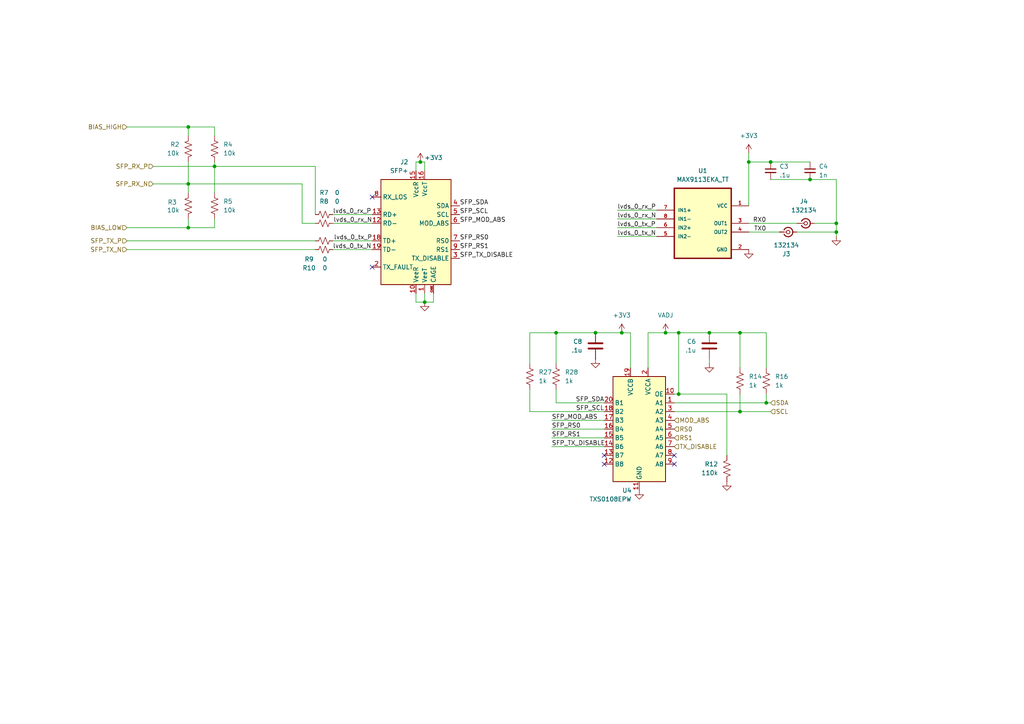
<source format=kicad_sch>
(kicad_sch (version 20231120) (generator "eeschema") (generator_version "8.0")
  (paper "A4")
  (lib_symbols
    (symbol "Conn_Coaxial_Small_1" (pin_numbers hide) (pin_names (offset 1.016) hide)
      (property "Reference" "J" (at 0.254 3.048 0))
      (property "Value" "Conn_Coaxial_Small" (at 0 -3.81 0))
      (symbol "Conn_Coaxial_Small_1_0_1"
        (polyline (pts (xy -2.54 0) (xy -0.508 0)))
        (circle (center 0 0) (radius 0.508) (stroke (width 0.2032)))
      )
      (symbol "Conn_Coaxial_Small_1_1_1"
        (arc (start -1.1916 -0.6311) (mid 0.327 -1.3081) (end 1.3484 0.0039) (stroke (width 0.3048)))
        (arc (start 1.3484 -0.0039) (mid 0.327 1.3081) (end -1.1916 0.6311) (stroke (width 0.3048)))
        (pin passive line (at -2.54 0 0) (length 1.27) (name "In") (number "1"))
        (pin passive line (at 2.54 0 180) (length 1.27) (name "Ext") (number "2"))
      )
    )
    (symbol "Connector:Conn_Coaxial_Small" (pin_numbers hide) (pin_names (offset 1.016) hide)
      (property "Reference" "J" (at 0.254 3.048 0))
      (property "Value" "Conn_Coaxial_Small" (at 0 -3.81 0))
      (symbol "Conn_Coaxial_Small_0_1"
        (polyline (pts (xy -2.54 0) (xy -0.508 0)))
        (circle (center 0 0) (radius 0.508) (stroke (width 0.2032)))
      )
      (symbol "Conn_Coaxial_Small_1_1"
        (arc (start -1.1916 -0.6311) (mid 0.327 -1.3081) (end 1.3484 0.0039) (stroke (width 0.3048)))
        (arc (start 1.3484 -0.0039) (mid 0.327 1.3081) (end -1.1916 0.6311) (stroke (width 0.3048)))
        (pin passive line (at -2.54 0 0) (length 1.27) (name "In") (number "1"))
        (pin passive line (at 2.54 0 180) (length 1.27) (name "Ext") (number "2"))
      )
    )
    (symbol "Device:C" (pin_numbers hide) (pin_names (offset 0.254))
      (property "Reference" "C" (at 0.635 2.54 0))
      (property "Value" "C" (at 0.635 -2.54 0))
      (symbol "C_0_1"
        (polyline (pts (xy -2.032 -0.762) (xy 2.032 -0.762)) (stroke (width 0.508)))
        (polyline (pts (xy -2.032 0.762) (xy 2.032 0.762)) (stroke (width 0.508)))
      )
      (symbol "C_1_1"
        (pin passive line (at 0 3.81 270) (length 2.794) (name "~") (number "1"))
        (pin passive line (at 0 -3.81 90) (length 2.794) (name "~") (number "2"))
      )
    )
    (symbol "Device:C_Small" (pin_numbers hide) (pin_names (offset 0.254) hide)
      (property "Reference" "C" (at 0.254 1.778 0))
      (property "Value" "C_Small" (at 0.254 -2.032 0))
      (symbol "C_Small_0_1"
        (polyline (pts (xy -1.524 -0.508) (xy 1.524 -0.508)) (stroke (width 0.3302)))
        (polyline (pts (xy -1.524 0.508) (xy 1.524 0.508)) (stroke (width 0.3048)))
      )
      (symbol "C_Small_1_1"
        (pin passive line (at 0 2.54 270) (length 2.032) (name "~") (number "1"))
        (pin passive line (at 0 -2.54 90) (length 2.032) (name "~") (number "2"))
      )
    )
    (symbol "Device:R_Small_US" (pin_numbers hide) (pin_names (offset 0.254) hide)
      (property "Reference" "R" (at 0.762 0.508 0))
      (property "Value" "R_Small_US" (at 0.762 -1.016 0))
      (symbol "R_Small_US_1_1"
        (polyline (pts (xy 0 0) (xy 1.016 -0.381) (xy 0 -0.762) (xy -1.016 -1.143) (xy 0 -1.524)))
        (polyline (pts (xy 0 1.524) (xy 1.016 1.143) (xy 0 0.762) (xy -1.016 0.381) (xy 0 0)))
        (pin passive line (at 0 2.54 270) (length 1.016) (name "~") (number "1"))
        (pin passive line (at 0 -2.54 90) (length 1.016) (name "~") (number "2"))
      )
    )
    (symbol "Device:R_US" (pin_numbers hide) (pin_names (offset 0))
      (property "Reference" "R" (at 2.54 0 90))
      (property "Value" "R_US" (at -2.54 0 90))
      (symbol "R_US_0_1"
        (polyline (pts (xy 0 -2.286) (xy 0 -2.54)))
        (polyline (pts (xy 0 2.286) (xy 0 2.54)))
        (polyline (pts (xy 0 -0.762) (xy 1.016 -1.143) (xy 0 -1.524) (xy -1.016 -1.905) (xy 0 -2.286)))
        (polyline (pts (xy 0 0.762) (xy 1.016 0.381) (xy 0 0) (xy -1.016 -0.381) (xy 0 -0.762)))
        (polyline (pts (xy 0 2.286) (xy 1.016 1.905) (xy 0 1.524) (xy -1.016 1.143) (xy 0 0.762)))
      )
      (symbol "R_US_1_1"
        (pin passive line (at 0 3.81 270) (length 1.27) (name "~") (number "1"))
        (pin passive line (at 0 -3.81 90) (length 1.27) (name "~") (number "2"))
      )
    )
    (symbol "Interface_Optical:SFP+"
      (property "Reference" "J" (at -8.89 16.51 0))
      (property "Value" "SFP+" (at 11.43 16.51 0))
      (symbol "SFP+_0_0"
        (rectangle (start -10.16 15.24) (end 10.16 -15.24) (stroke (width 0.254)) (fill (type background)))
      )
      (symbol "SFP+_1_1"
        (pin power_in line (at -2.54 -17.78 90) (length 2.54) (name "VeeT") (number "1"))
        (pin power_in line (at 0 -17.78 90) (length 2.54) (name "VeeR") (number "10"))
        (pin passive line (at 0 -17.78 90) (length 2.54) hide (name "VeeR") (number "11"))
        (pin output line (at 12.7 2.54 180) (length 2.54) (name "RD-") (number "12"))
        (pin output line (at 12.7 5.08 180) (length 2.54) (name "RD+") (number "13"))
        (pin passive line (at 0 -17.78 90) (length 2.54) hide (name "VeeR") (number "14"))
        (pin power_in line (at 0 17.78 270) (length 2.54) (name "VccR") (number "15"))
        (pin power_in line (at -2.54 17.78 270) (length 2.54) (name "VccT") (number "16"))
        (pin passive line (at -2.54 -17.78 90) (length 2.54) hide (name "VeeT") (number "17"))
        (pin input line (at 12.7 -2.54 180) (length 2.54) (name "TD+") (number "18"))
        (pin input line (at 12.7 -5.08 180) (length 2.54) (name "TD-") (number "19"))
        (pin open_collector line (at 12.7 -10.16 180) (length 2.54) (name "TX_FAULT") (number "2"))
        (pin passive line (at -2.54 -17.78 90) (length 2.54) hide (name "VeeT") (number "20"))
        (pin input line (at -12.7 -7.62 0) (length 2.54) (name "TX_DISABLE") (number "3"))
        (pin bidirectional line (at -12.7 7.62 0) (length 2.54) (name "SDA") (number "4"))
        (pin input line (at -12.7 5.08 0) (length 2.54) (name "SCL") (number "5"))
        (pin passive line (at -12.7 2.54 0) (length 2.54) (name "MOD_ABS") (number "6"))
        (pin input line (at -12.7 -2.54 0) (length 2.54) (name "RS0") (number "7"))
        (pin open_collector line (at 12.7 10.16 180) (length 2.54) (name "RX_LOS") (number "8"))
        (pin input line (at -12.7 -5.08 0) (length 2.54) (name "RS1") (number "9"))
        (pin passive line (at -5.08 -17.78 90) (length 2.54) (name "CAGE") (number "CAGE"))
      )
    )
    (symbol "Logic_LevelTranslator:TXS0108EPW"
      (property "Reference" "U" (at -6.35 16.51 0))
      (property "Value" "TXS0108EPW" (at 3.81 16.51 0))
      (symbol "TXS0108EPW_0_1"
        (rectangle (start -7.62 15.24) (end 7.62 -15.24) (stroke (width 0.254)) (fill (type background)))
      )
      (symbol "TXS0108EPW_1_1"
        (pin bidirectional line (at -10.16 7.62 0) (length 2.54) (name "A1") (number "1"))
        (pin input line (at -10.16 10.16 0) (length 2.54) (name "OE") (number "10"))
        (pin power_in line (at 0 -17.78 90) (length 2.54) (name "GND") (number "11"))
        (pin bidirectional line (at 10.16 -10.16 180) (length 2.54) (name "B8") (number "12"))
        (pin bidirectional line (at 10.16 -7.62 180) (length 2.54) (name "B7") (number "13"))
        (pin bidirectional line (at 10.16 -5.08 180) (length 2.54) (name "B6") (number "14"))
        (pin bidirectional line (at 10.16 -2.54 180) (length 2.54) (name "B5") (number "15"))
        (pin bidirectional line (at 10.16 0 180) (length 2.54) (name "B4") (number "16"))
        (pin bidirectional line (at 10.16 2.54 180) (length 2.54) (name "B3") (number "17"))
        (pin bidirectional line (at 10.16 5.08 180) (length 2.54) (name "B2") (number "18"))
        (pin power_in line (at 2.54 17.78 270) (length 2.54) (name "VCCB") (number "19"))
        (pin power_in line (at -2.54 17.78 270) (length 2.54) (name "VCCA") (number "2"))
        (pin bidirectional line (at 10.16 7.62 180) (length 2.54) (name "B1") (number "20"))
        (pin bidirectional line (at -10.16 5.08 0) (length 2.54) (name "A2") (number "3"))
        (pin bidirectional line (at -10.16 2.54 0) (length 2.54) (name "A3") (number "4"))
        (pin bidirectional line (at -10.16 0 0) (length 2.54) (name "A4") (number "5"))
        (pin bidirectional line (at -10.16 -2.54 0) (length 2.54) (name "A5") (number "6"))
        (pin bidirectional line (at -10.16 -5.08 0) (length 2.54) (name "A6") (number "7"))
        (pin bidirectional line (at -10.16 -7.62 0) (length 2.54) (name "A7") (number "8"))
        (pin bidirectional line (at -10.16 -10.16 0) (length 2.54) (name "A8") (number "9"))
      )
    )
    (symbol "power:+3V3" (power) (pin_numbers hide) (pin_names (offset 0) hide)
      (property "Value" "+3V3" (at 0 3.556 0))
      (symbol "+3V3_0_1"
        (polyline (pts (xy -0.762 1.27) (xy 0 2.54)))
        (polyline (pts (xy 0 0) (xy 0 2.54)))
        (polyline (pts (xy 0 2.54) (xy 0.762 1.27)))
      )
      (symbol "+3V3_1_1"
        (pin power_in line (at 0 0 90) (length 0) (name "~") (number "1"))
      )
    )
    (symbol "power:GND" (power) (pin_numbers hide) (pin_names (offset 0) hide)
      (property "Value" "GND" (at 0 -3.81 0))
      (symbol "GND_0_1"
        (polyline (pts (xy 0 0) (xy 0 -1.27) (xy 1.27 -1.27) (xy 0 -2.54) (xy -1.27 -1.27) (xy 0 -1.27)))
      )
      (symbol "GND_1_1"
        (pin power_in line (at 0 0 270) (length 0) (name "~") (number "1"))
      )
    )
    (symbol "project:MAX9113EKA_TT" (pin_names (offset 1.016))
      (property "Reference" "U" (at -2.794 9.398 0))
      (property "Value" "MAX9113EKA_TT" (at -3.302 -15.494 0))
      (symbol "MAX9113EKA_TT_0_0"
        (rectangle (start -3.81 7.62) (end 12.7 -12.7) (stroke (width 0.41)) (fill (type background)))
        (pin power_in line (at 17.78 2.54 180) (length 5.08) (name "VCC") (number "1"))
        (pin power_in line (at 17.78 -10.16 180) (length 5.08) (name "GND") (number "2"))
        (pin output line (at 17.78 -2.54 180) (length 5.08) (name "OUT1") (number "3"))
        (pin output line (at 17.78 -5.08 180) (length 5.08) (name "OUT2") (number "4"))
        (pin input line (at -8.89 -6.35 0) (length 5.08) (name "IN2-") (number "5"))
        (pin input line (at -8.89 -3.81 0) (length 5.08) (name "IN2+") (number "6"))
        (pin input line (at -8.89 1.27 0) (length 5.08) (name "IN1+") (number "7"))
        (pin input line (at -8.89 -1.27 0) (length 5.08) (name "IN1-") (number "8"))
      )
    )
    (symbol "project:VADJ" (power) (pin_numbers hide) (pin_names (offset 0) hide)
      (property "Value" "VADJ" (at 0 3.556 0))
      (symbol "VADJ_0_1"
        (polyline (pts (xy -0.762 1.27) (xy 0 2.54)))
        (polyline (pts (xy 0 0) (xy 0 2.54)))
        (polyline (pts (xy 0 2.54) (xy 0.762 1.27)))
      )
      (symbol "VADJ_1_1"
        (pin power_in line (at 0 0 90) (length 0) (name "~") (number "1"))
      )
    )
  )
  (junction (at 62.23 48.26))
  (junction (at 222.25 116.84))
  (junction (at 121.92 46.99))
  (junction (at 196.85 114.3))
  (junction (at 196.85 96.52))
  (junction (at 234.95 52.07))
  (junction (at 123.19 87.63))
  (junction (at 242.57 67.31))
  (junction (at 54.61 36.83))
  (junction (at 214.63 96.52))
  (junction (at 172.72 96.52))
  (junction (at 223.52 46.99))
  (junction (at 54.61 66.04))
  (junction (at 205.74 96.52))
  (junction (at 193.04 96.52))
  (junction (at 242.57 64.77))
  (junction (at 180.34 96.52))
  (junction (at 217.17 46.99))
  (junction (at 161.29 96.52))
  (junction (at 214.63 119.38))
  (junction (at 54.61 53.34))
  (no_connect (at 107.95 57.15))
  (no_connect (at 175.26 132.08))
  (no_connect (at 195.58 134.62))
  (no_connect (at 195.58 132.08))
  (no_connect (at 175.26 134.62))
  (no_connect (at 107.95 77.47))
  (wire (pts (xy 193.04 96.52) (xy 196.85 96.52)))
  (wire (pts (xy 214.63 96.52) (xy 205.74 96.52)))
  (wire (pts (xy 62.23 39.37) (xy 62.23 36.83)))
  (wire (pts (xy 223.52 46.99) (xy 234.95 46.99)))
  (wire (pts (xy 36.83 72.39) (xy 91.44 72.39)))
  (wire (pts (xy 214.63 119.38) (xy 223.52 119.38)))
  (wire (pts (xy 179.07 68.58) (xy 190.5 68.58)))
  (wire (pts (xy 196.85 114.3) (xy 195.58 114.3)))
  (wire (pts (xy 180.34 96.52) (xy 182.88 96.52)))
  (wire (pts (xy 242.57 67.31) (xy 242.57 68.58)))
  (wire (pts (xy 36.83 69.85) (xy 91.44 69.85)))
  (wire (pts (xy 205.74 104.14) (xy 205.74 105.41)))
  (wire (pts (xy 214.63 96.52) (xy 214.63 106.68)))
  (wire (pts (xy 125.73 87.63) (xy 123.19 87.63)))
  (wire (pts (xy 222.25 114.3) (xy 222.25 116.84)))
  (wire (pts (xy 179.07 63.5) (xy 190.5 63.5)))
  (wire (pts (xy 123.19 46.99) (xy 123.19 49.53)))
  (wire (pts (xy 160.02 121.92) (xy 175.26 121.92)))
  (wire (pts (xy 161.29 113.03) (xy 161.29 116.84)))
  (wire (pts (xy 153.67 119.38) (xy 175.26 119.38)))
  (wire (pts (xy 242.57 52.07) (xy 242.57 64.77)))
  (wire (pts (xy 160.02 127) (xy 175.26 127)))
  (wire (pts (xy 214.63 119.38) (xy 195.58 119.38)))
  (wire (pts (xy 187.96 96.52) (xy 193.04 96.52)))
  (wire (pts (xy 231.14 67.31) (xy 242.57 67.31)))
  (wire (pts (xy 54.61 46.99) (xy 54.61 53.34)))
  (wire (pts (xy 62.23 46.99) (xy 62.23 48.26)))
  (wire (pts (xy 161.29 96.52) (xy 172.72 96.52)))
  (wire (pts (xy 96.52 72.39) (xy 107.95 72.39)))
  (wire (pts (xy 96.52 62.23) (xy 107.95 62.23)))
  (wire (pts (xy 222.25 106.68) (xy 222.25 96.52)))
  (wire (pts (xy 210.82 114.3) (xy 196.85 114.3)))
  (wire (pts (xy 195.58 116.84) (xy 222.25 116.84)))
  (wire (pts (xy 222.25 116.84) (xy 223.52 116.84)))
  (wire (pts (xy 242.57 64.77) (xy 242.57 67.31)))
  (wire (pts (xy 187.96 106.68) (xy 187.96 96.52)))
  (wire (pts (xy 87.63 53.34) (xy 54.61 53.34)))
  (wire (pts (xy 107.95 69.85) (xy 96.52 69.85)))
  (wire (pts (xy 234.95 52.07) (xy 242.57 52.07)))
  (wire (pts (xy 222.25 96.52) (xy 214.63 96.52)))
  (wire (pts (xy 62.23 63.5) (xy 62.23 66.04)))
  (wire (pts (xy 217.17 64.77) (xy 231.14 64.77)))
  (wire (pts (xy 44.45 53.34) (xy 54.61 53.34)))
  (wire (pts (xy 217.17 44.45) (xy 217.17 46.99)))
  (wire (pts (xy 121.92 46.99) (xy 123.19 46.99)))
  (wire (pts (xy 223.52 52.07) (xy 234.95 52.07)))
  (wire (pts (xy 36.83 66.04) (xy 54.61 66.04)))
  (wire (pts (xy 153.67 96.52) (xy 153.67 105.41)))
  (wire (pts (xy 217.17 46.99) (xy 217.17 59.69)))
  (wire (pts (xy 120.65 87.63) (xy 123.19 87.63)))
  (wire (pts (xy 160.02 129.54) (xy 175.26 129.54)))
  (wire (pts (xy 54.61 66.04) (xy 62.23 66.04)))
  (wire (pts (xy 54.61 63.5) (xy 54.61 66.04)))
  (wire (pts (xy 62.23 48.26) (xy 62.23 55.88)))
  (wire (pts (xy 161.29 96.52) (xy 153.67 96.52)))
  (wire (pts (xy 91.44 64.77) (xy 87.63 64.77)))
  (wire (pts (xy 217.17 46.99) (xy 223.52 46.99)))
  (wire (pts (xy 120.65 85.09) (xy 120.65 87.63)))
  (wire (pts (xy 161.29 116.84) (xy 175.26 116.84)))
  (wire (pts (xy 153.67 113.03) (xy 153.67 119.38)))
  (wire (pts (xy 91.44 48.26) (xy 91.44 62.23)))
  (wire (pts (xy 179.07 60.96) (xy 190.5 60.96)))
  (wire (pts (xy 36.83 36.83) (xy 54.61 36.83)))
  (wire (pts (xy 120.65 49.53) (xy 120.65 46.99)))
  (wire (pts (xy 172.72 96.52) (xy 180.34 96.52)))
  (wire (pts (xy 44.45 48.26) (xy 62.23 48.26)))
  (wire (pts (xy 87.63 64.77) (xy 87.63 53.34)))
  (wire (pts (xy 120.65 46.99) (xy 121.92 46.99)))
  (wire (pts (xy 123.19 85.09) (xy 123.19 87.63)))
  (wire (pts (xy 62.23 48.26) (xy 91.44 48.26)))
  (wire (pts (xy 54.61 53.34) (xy 54.61 55.88)))
  (wire (pts (xy 161.29 105.41) (xy 161.29 96.52)))
  (wire (pts (xy 196.85 96.52) (xy 205.74 96.52)))
  (wire (pts (xy 217.17 67.31) (xy 226.06 67.31)))
  (wire (pts (xy 54.61 39.37) (xy 54.61 36.83)))
  (wire (pts (xy 196.85 96.52) (xy 196.85 114.3)))
  (wire (pts (xy 236.22 64.77) (xy 242.57 64.77)))
  (wire (pts (xy 214.63 114.3) (xy 214.63 119.38)))
  (wire (pts (xy 160.02 124.46) (xy 175.26 124.46)))
  (wire (pts (xy 210.82 132.08) (xy 210.82 114.3)))
  (wire (pts (xy 54.61 36.83) (xy 62.23 36.83)))
  (wire (pts (xy 96.52 64.77) (xy 107.95 64.77)))
  (wire (pts (xy 125.73 85.09) (xy 125.73 87.63)))
  (wire (pts (xy 182.88 96.52) (xy 182.88 106.68)))
  (wire (pts (xy 179.07 66.04) (xy 190.5 66.04)))
  (label "SFP_RS1" (at 133.35 72.39 0))
  (label "SFP_SCL" (at 175.26 119.38 180))
  (label "SFP_RS0" (at 160.02 124.46 0))
  (label "SFP_RS1" (at 160.02 127 0))
  (label "SFP_TX_DISABLE" (at 133.35 74.93 0))
  (label "SFP_TX_DISABLE" (at 160.02 129.54 0))
  (label "lvds_0_tx_P" (at 179.07 66.04 0))
  (label "TX0" (at 222.25 67.31 180))
  (label "lvds_0_tx_P" (at 107.95 69.85 180))
  (label "lvds_0_tx_N" (at 96.52 72.39 0))
  (label "SFP_SCL" (at 133.35 62.23 0))
  (label "lvds_0_rx_N" (at 179.07 63.5 0))
  (label "lvds_0_rx_N" (at 107.95 64.77 180))
  (label "SFP_SDA" (at 133.35 59.69 0))
  (label "SFP_RS0" (at 133.35 69.85 0))
  (label "lvds_0_rx_P" (at 179.07 60.96 0))
  (label "SFP_MOD_ABS" (at 133.35 64.77 0))
  (label "lvds_0_rx_P" (at 96.52 62.23 0))
  (label "SFP_MOD_ABS" (at 160.02 121.92 0))
  (label "lvds_0_tx_N" (at 179.07 68.58 0))
  (label "SFP_SDA" (at 175.26 116.84 180))
  (label "RX0" (at 222.25 64.77 180))
  (hierarchical_label "RS0" (shape input) (at 195.58 124.46 0))
  (hierarchical_label "SFP_RX_N" (shape input) (at 44.45 53.34 180))
  (hierarchical_label "SDA" (shape input) (at 223.52 116.84 0))
  (hierarchical_label "TX_DISABLE" (shape input) (at 195.58 129.54 0))
  (hierarchical_label "RS1" (shape input) (at 195.58 127 0))
  (hierarchical_label "BIAS_HIGH" (shape input) (at 36.83 36.83 180))
  (hierarchical_label "BIAS_LOW" (shape input) (at 36.83 66.04 180))
  (hierarchical_label "SFP_TX_N" (shape input) (at 36.83 72.39 180))
  (hierarchical_label "SFP_RX_P" (shape input) (at 44.45 48.26 180))
  (hierarchical_label "MOD_ABS" (shape input) (at 195.58 121.92 0))
  (hierarchical_label "SFP_TX_P" (shape input) (at 36.83 69.85 180))
  (hierarchical_label "SCL" (shape input) (at 223.52 119.38 0))
  (symbol (lib_id "Device:C") (at 172.72 100.33 0) (mirror y) (unit 1)
    (property "Reference" "C8" (at 168.91 99.0599 0) (effects (justify left)))
    (property "Value" ".1u" (at 168.91 101.5999 0) (effects (justify left)))
    (property "Description" "Unpolarized capacitor" (effects (hide yes)))
    (instances (project "fmc-sfp" (path "" (reference "C8") (unit 1)) (path "" (reference "C7") (unit 1))))
  )
  (symbol (lib_id "Device:R_Small_US") (at 93.98 72.39 90) (unit 1)
    (property "Reference" "R10" (at 89.662 77.724 90))
    (property "Value" "0" (at 94.234 77.724 90))
    (property "Footprint" "Resistor_SMD:R_0805_2012Metric_Pad1.20x1.40mm_HandSolder" (effects (hide yes)))
    (property "Description" "Resistor, small US symbol" (effects (hide yes)))
    (property "MANUFACTURER" "UNI-ROYAL(Uniroyal Elec) " (effects (hide yes)))
    (property "MPN" "0805W8F0000T5E" (effects (hide yes)))
    (instances (project "fmc-sfp" (path "" (reference "R10") (unit 1)) (path "" (reference "R26") (unit 1))))
  )
  (symbol (lib_id "Device:R_US") (at 222.25 110.49 0) (unit 1)
    (property "Reference" "R16" (at 224.79 109.2199 0) (effects (justify left)))
    (property "Value" "1k" (at 224.79 111.7599 0) (effects (justify left)))
    (property "Footprint" "Resistor_SMD:R_0805_2012Metric_Pad1.20x1.40mm_HandSolder" (effects (hide yes)))
    (property "Description" "Resistor, US symbol" (effects (hide yes)))
    (property "Comment" "Substitute any 1%" (effects (hide yes)))
    (instances (project "fmc-sfp" (path "" (reference "R16") (unit 1)) (path "" (reference "R15") (unit 1))))
  )
  (symbol (lib_id "power:+3V3") (at 121.92 46.99 0) (unit 1)
    (property "Reference" "#PWR013" (effects (hide yes)))
    (property "Value" "+3V3" (at 125.73 45.72 0))
    (property "Description" "Power symbol creates a global label with name \"+3V3\"" (effects (hide yes)))
    (instances (project "fmc-sfp" (path "" (reference "#PWR013") (unit 1)) (path "" (reference "#PWR011") (unit 1))))
  )
  (symbol (lib_id "Device:R_Small_US") (at 93.98 69.85 90) (unit 1)
    (property "Reference" "R9" (at 89.662 75.184 90))
    (property "Value" "0" (at 94.234 75.184 90))
    (property "Footprint" "Resistor_SMD:R_0805_2012Metric_Pad1.20x1.40mm_HandSolder" (effects (hide yes)))
    (property "Description" "Resistor, small US symbol" (effects (hide yes)))
    (property "MANUFACTURER" "UNI-ROYAL(Uniroyal Elec) " (effects (hide yes)))
    (property "MPN" "0805W8F0000T5E" (effects (hide yes)))
    (instances (project "fmc-sfp" (path "" (reference "R9") (unit 1)) (path "" (reference "R25") (unit 1))))
  )
  (symbol (lib_id "Device:R_US") (at 62.23 59.69 0) (unit 1)
    (property "Reference" "R5" (at 64.77 58.4199 0) (effects (justify left)))
    (property "Value" "10k" (at 64.77 60.9599 0) (effects (justify left)))
    (property "Footprint" "Resistor_SMD:R_0805_2012Metric_Pad1.20x1.40mm_HandSolder" (effects (hide yes)))
    (property "Description" "Resistor, US symbol" (effects (hide yes)))
    (property "Comment" "Substitute any 1%" (effects (hide yes)))
    (property "MANUFACTURER" "UNI-ROYAL(Uniroyal Elec) " (effects (hide yes)))
    (property "MPN" "0805W8F1002T5E" (effects (hide yes)))
    (instances (project "fmc-sfp" (path "" (reference "R5") (unit 1)) (path "" (reference "R22") (unit 1))))
  )
  (symbol (lib_id "power:GND") (at 242.57 68.58 0) (unit 1)
    (property "Reference" "#PWR021" (effects (hide yes)))
    (property "Value" "GND" (effects (hide yes)))
    (property "Description" "Power symbol creates a global label with name \"GND\" , ground" (effects (hide yes)))
    (instances (project "fmc-sfp" (path "" (reference "#PWR021") (unit 1)) (path "" (reference "#PWR030") (unit 1))))
  )
  (symbol (lib_id "Connector:Conn_Coaxial_Small") (at 228.6 67.31 0) (mirror x) (unit 1)
    (property "Reference" "J3" (at 228.0804 73.66 0))
    (property "Value" "132134" (at 228.0804 71.12 0))
    (property "Footprint" "Connector_Coaxial:SMA_Amphenol_132134_Vertical" (effects (hide yes)))
    (property "Description" "small coaxial connector (BNC, SMA, SMB, SMC, Cinch/RCA, LEMO, ...)" (effects (hide yes)))
    (property "MANUFACTURER" "Amphenol RF" (effects (hide yes)))
    (property "MPN" "132134" (effects (hide yes)))
    (instances (project "fmc-sfp" (path "" (reference "J3") (unit 1)) (path "" (reference "J9") (unit 1))))
  )
  (symbol (lib_id "Device:C_Small") (at 223.52 49.53 0) (unit 1)
    (property "Reference" "C3" (at 226.06 48.2662 0) (effects (justify left)))
    (property "Value" ".1u" (at 226.06 50.8062 0) (effects (justify left)))
    (property "Footprint" "Capacitor_SMD:C_0603_1608Metric" (effects (hide yes)))
    (property "Description" "Unpolarized capacitor, small symbol" (effects (hide yes)))
    (property "MANUFACTURER" "KEMET" (effects (hide yes)))
    (property "MPN" "C0603C104M5RAC7867" (effects (hide yes)))
    (instances (project "fmc-sfp" (path "" (reference "C3") (unit 1)) (path "" (reference "C1") (unit 1))))
  )
  (symbol (lib_id "Device:R_US") (at 54.61 43.18 0) (mirror y) (unit 1)
    (property "Reference" "R2" (at 52.07 41.9099 0) (effects (justify left)))
    (property "Value" "10k" (at 52.07 44.4499 0) (effects (justify left)))
    (property "Footprint" "Resistor_SMD:R_0805_2012Metric_Pad1.20x1.40mm_HandSolder" (effects (hide yes)))
    (property "Description" "Resistor, US symbol" (effects (hide yes)))
    (property "Comment" "Substitute any 1%" (effects (hide yes)))
    (property "MANUFACTURER" "UNI-ROYAL(Uniroyal Elec) " (effects (hide yes)))
    (property "MPN" "0805W8F1002T5E" (effects (hide yes)))
    (instances (project "fmc-sfp" (path "" (reference "R2") (unit 1)) (path "" (reference "R19") (unit 1))))
  )
  (symbol (lib_id "power:GND") (at 210.82 139.7 0) (mirror y) (unit 1)
    (property "Reference" "#PWR037" (effects (hide yes)))
    (property "Value" "GND" (effects (hide yes)))
    (property "Description" "Power symbol creates a global label with name \"GND\" , ground" (effects (hide yes)))
    (instances (project "fmc-sfp" (path "" (reference "#PWR037") (unit 1)) (path "" (reference "#PWR036") (unit 1))))
  )
  (symbol (lib_id "Device:R_US") (at 62.23 43.18 0) (unit 1)
    (property "Reference" "R4" (at 64.77 41.9099 0) (effects (justify left)))
    (property "Value" "10k" (at 64.77 44.4499 0) (effects (justify left)))
    (property "Footprint" "Resistor_SMD:R_0805_2012Metric_Pad1.20x1.40mm_HandSolder" (effects (hide yes)))
    (property "Description" "Resistor, US symbol" (effects (hide yes)))
    (property "Comment" "Substitute any 1%" (effects (hide yes)))
    (property "MANUFACTURER" "UNI-ROYAL(Uniroyal Elec) " (effects (hide yes)))
    (property "MPN" "0805W8F1002T5E" (effects (hide yes)))
    (instances (project "fmc-sfp" (path "" (reference "R4") (unit 1)) (path "" (reference "R21") (unit 1))))
  )
  (symbol (lib_id "power:GND") (at 205.74 105.41 0) (mirror y) (unit 1)
    (property "Reference" "#PWR031" (effects (hide yes)))
    (property "Value" "GND" (effects (hide yes)))
    (property "Description" "Power symbol creates a global label with name \"GND\" , ground" (effects (hide yes)))
    (instances (project "fmc-sfp" (path "" (reference "#PWR031") (unit 1)) (path "" (reference "#PWR026") (unit 1))))
  )
  (symbol (lib_id "power:GND") (at 185.42 142.24 0) (mirror y) (unit 1)
    (property "Reference" "#PWR035" (effects (hide yes)))
    (property "Value" "GND" (effects (hide yes)))
    (property "Description" "Power symbol creates a global label with name \"GND\" , ground" (effects (hide yes)))
    (instances (project "fmc-sfp" (path "" (reference "#PWR035") (unit 1)) (path "" (reference "#PWR034") (unit 1))))
  )
  (symbol (lib_name "Conn_Coaxial_Small_1") (lib_id "Connector:Conn_Coaxial_Small") (at 233.68 64.77 0) (unit 1)
    (property "Reference" "J4" (at 233.1604 58.42 0))
    (property "Value" "132134" (at 233.1604 60.96 0))
    (property "Footprint" "Connector_Coaxial:SMA_Amphenol_132134_Vertical" (effects (hide yes)))
    (property "Description" "small coaxial connector (BNC, SMA, SMB, SMC, Cinch/RCA, LEMO, ...)" (effects (hide yes)))
    (property "MANUFACTURER" "Amphenol RF" (effects (hide yes)))
    (property "MPN" "132134" (effects (hide yes)))
    (instances (project "fmc-sfp" (path "" (reference "J4") (unit 1)) (path "" (reference "J10") (unit 1))))
  )
  (symbol (lib_id "Interface_Optical:SFP+") (at 120.65 67.31 0) (mirror y) (unit 1)
    (property "Reference" "J2" (at 118.4559 46.99 0) (effects (justify left)))
    (property "Value" "SFP+" (at 118.4559 49.53 0) (effects (justify left)))
    (property "Footprint" "project:SFP_and_Cage" (effects (hide yes)))
    (property "Datasheet" "https://members.snia.org/document/dl/25892" (effects (hide yes)))
    (property "Description" "Connector for Small Form Factor Pluggable (SFP+) module, 10 Gbit/s, serial-to-serial data-agnostic optical transceiver" (effects (hide yes)))
    (property "MANUFACTURER" "SAMTEC" (effects (hide yes)))
    (property "MPN" "SFPK-SL" (effects (hide yes)))
    (instances (project "fmc-sfp" (path "" (reference "J2") (unit 1)) (path "" (reference "J8") (unit 1))))
  )
  (symbol (lib_id "power:+3V3") (at 217.17 44.45 0) (unit 1)
    (property "Reference" "#PWR016" (effects (hide yes)))
    (property "Value" "+3V3" (at 217.17 39.37 0))
    (property "Description" "Power symbol creates a global label with name \"+3V3\"" (effects (hide yes)))
    (instances (project "fmc-sfp" (path "" (reference "#PWR016") (unit 1)) (path "" (reference "#PWR028") (unit 1))))
  )
  (symbol (lib_id "Device:C") (at 205.74 100.33 0) (mirror y) (unit 1)
    (property "Reference" "C6" (at 201.93 99.0599 0) (effects (justify left)))
    (property "Value" ".1u" (at 201.93 101.5999 0) (effects (justify left)))
    (property "Description" "Unpolarized capacitor" (effects (hide yes)))
    (instances (project "" (path "" (reference "C6") (unit 1)) (path "" (reference "C5") (unit 1))))
  )
  (symbol (lib_id "power:GND") (at 123.19 87.63 0) (unit 1)
    (property "Reference" "#PWR015" (effects (hide yes)))
    (property "Value" "GND" (effects (hide yes)))
    (property "Description" "Power symbol creates a global label with name \"GND\" , ground" (effects (hide yes)))
    (instances (project "fmc-sfp" (path "" (reference "#PWR015") (unit 1)) (path "" (reference "#PWR027") (unit 1))))
  )
  (symbol (lib_id "Device:R_US") (at 153.67 109.22 0) (unit 1)
    (property "Reference" "R27" (at 156.21 107.9499 0) (effects (justify left)))
    (property "Value" "1k" (at 156.21 110.4899 0) (effects (justify left)))
    (property "Footprint" "Resistor_SMD:R_0805_2012Metric_Pad1.20x1.40mm_HandSolder" (effects (hide yes)))
    (property "Description" "Resistor, US symbol" (effects (hide yes)))
    (property "Comment" "Substitute any 1%" (effects (hide yes)))
    (instances (project "fmc-sfp" (path "" (reference "R27") (unit 1)) (path "" (reference "R17") (unit 1))))
  )
  (symbol (lib_id "Device:R_Small_US") (at 93.98 62.23 90) (unit 1)
    (property "Reference" "R7" (at 93.98 55.88 90))
    (property "Value" "0" (at 97.79 55.88 90))
    (property "Footprint" "Resistor_SMD:R_0805_2012Metric_Pad1.20x1.40mm_HandSolder" (effects (hide yes)))
    (property "Description" "Resistor, small US symbol" (effects (hide yes)))
    (property "MANUFACTURER" "UNI-ROYAL(Uniroyal Elec) " (effects (hide yes)))
    (property "MPN" "0805W8F0000T5E" (effects (hide yes)))
    (instances (project "fmc-sfp" (path "" (reference "R7") (unit 1)) (path "" (reference "R23") (unit 1))))
  )
  (symbol (lib_id "project:VADJ") (at 193.04 96.52 0) (mirror y) (unit 1)
    (property "Reference" "#PWR025" (effects (hide yes)))
    (property "Value" "VADJ" (at 193.04 91.44 0))
    (property "Description" "Power symbol creates a global label with name \"VADJ\"" (effects (hide yes)))
    (instances (project "fmc-sfp" (path "" (reference "#PWR025") (unit 1)) (path "" (reference "#PWR024") (unit 1))))
  )
  (symbol (lib_id "Device:R_US") (at 161.29 109.22 0) (unit 1)
    (property "Reference" "R28" (at 163.83 107.9499 0) (effects (justify left)))
    (property "Value" "1k" (at 163.83 110.4899 0) (effects (justify left)))
    (property "Footprint" "Resistor_SMD:R_0805_2012Metric_Pad1.20x1.40mm_HandSolder" (effects (hide yes)))
    (property "Description" "Resistor, US symbol" (effects (hide yes)))
    (property "Comment" "Substitute any 1%" (effects (hide yes)))
    (instances (project "fmc-sfp" (path "" (reference "R28") (unit 1)) (path "" (reference "R18") (unit 1))))
  )
  (symbol (lib_id "power:+3V3") (at 180.34 96.52 0) (mirror y) (unit 1)
    (property "Reference" "#PWR023" (effects (hide yes)))
    (property "Value" "+3V3" (at 180.34 91.44 0))
    (property "Description" "Power symbol creates a global label with name \"+3V3\"" (effects (hide yes)))
    (instances (project "fmc-sfp" (path "" (reference "#PWR023") (unit 1)) (path "" (reference "#PWR022") (unit 1))))
  )
  (symbol (lib_id "project:MAX9113EKA_TT") (at 199.39 62.23 0) (unit 1)
    (property "Reference" "U1" (at 203.835 49.53 0))
    (property "Value" "MAX9113EKA_TT" (at 203.835 52.07 0))
    (property "Footprint" "Package_TO_SOT_SMD:SOT-23-8" (effects (hide yes)))
    (property "Datasheet" "https://www.analog.com/media/en/technical-documentation/data-sheets/max9111-max9113.pdf" (effects (hide yes)))
    (property "MANUFACTURER" "Analog Devices Inc./Maxim Integrated" (effects (hide yes)))
    (property "MPN" "MAX9113EKA+T" (effects (hide yes)))
    (instances (project "fmc-sfp" (path "" (reference "U1") (unit 1)) (path "" (reference "U3") (unit 1))))
  )
  (symbol (lib_id "Device:R_US") (at 210.82 135.89 0) (mirror y) (unit 1)
    (property "Reference" "R12" (at 208.28 134.6199 0) (effects (justify left)))
    (property "Value" "110k" (at 208.28 137.1599 0) (effects (justify left)))
    (property "Footprint" "Resistor_SMD:R_0805_2012Metric_Pad1.20x1.40mm_HandSolder" (effects (hide yes)))
    (property "Description" "Resistor, US symbol" (effects (hide yes)))
    (property "Comment" "Substitute any 1%" (effects (hide yes)))
    (property "MANUFACTURER" "UNI-ROYAL(Uniroyal Elec) " (effects (hide yes)))
    (property "MPN" "0805W8F1002T5E" (effects (hide yes)))
    (instances (project "fmc-sfp" (path "" (reference "R12") (unit 1)) (path "" (reference "R11") (unit 1))))
  )
  (symbol (lib_id "power:GND") (at 217.17 72.39 0) (unit 1)
    (property "Reference" "#PWR020" (effects (hide yes)))
    (property "Value" "GND" (effects (hide yes)))
    (property "Description" "Power symbol creates a global label with name \"GND\" , ground" (effects (hide yes)))
    (instances (project "fmc-sfp" (path "" (reference "#PWR020") (unit 1)) (path "" (reference "#PWR029") (unit 1))))
  )
  (symbol (lib_id "Device:R_Small_US") (at 93.98 64.77 90) (unit 1)
    (property "Reference" "R8" (at 93.98 58.42 90))
    (property "Value" "0" (at 97.79 58.42 90))
    (property "Footprint" "Resistor_SMD:R_0805_2012Metric_Pad1.20x1.40mm_HandSolder" (effects (hide yes)))
    (property "Description" "Resistor, small US symbol" (effects (hide yes)))
    (property "MANUFACTURER" "UNI-ROYAL(Uniroyal Elec) " (effects (hide yes)))
    (property "MPN" "0805W8F0000T5E" (effects (hide yes)))
    (instances (project "fmc-sfp" (path "" (reference "R8") (unit 1)) (path "" (reference "R24") (unit 1))))
  )
  (symbol (lib_id "Device:R_US") (at 214.63 110.49 0) (unit 1)
    (property "Reference" "R14" (at 217.17 109.2199 0) (effects (justify left)))
    (property "Value" "1k" (at 217.17 111.7599 0) (effects (justify left)))
    (property "Footprint" "Resistor_SMD:R_0805_2012Metric_Pad1.20x1.40mm_HandSolder" (effects (hide yes)))
    (property "Description" "Resistor, US symbol" (effects (hide yes)))
    (property "Comment" "Substitute any 1%" (effects (hide yes)))
    (instances (project "fmc-sfp" (path "" (reference "R14") (unit 1)) (path "" (reference "R13") (unit 1))))
  )
  (symbol (lib_id "power:GND") (at 172.72 104.14 0) (mirror y) (unit 1)
    (property "Reference" "#PWR033" (effects (hide yes)))
    (property "Value" "GND" (effects (hide yes)))
    (property "Description" "Power symbol creates a global label with name \"GND\" , ground" (effects (hide yes)))
    (instances (project "fmc-sfp" (path "" (reference "#PWR033") (unit 1)) (path "" (reference "#PWR032") (unit 1))))
  )
  (symbol (lib_id "Device:R_US") (at 54.61 59.69 0) (mirror y) (unit 1)
    (property "Reference" "R3" (at 51.308 58.674 0) (effects (justify left)))
    (property "Value" "10k" (at 52.07 60.9599 0) (effects (justify left)))
    (property "Footprint" "Resistor_SMD:R_0805_2012Metric_Pad1.20x1.40mm_HandSolder" (effects (hide yes)))
    (property "Description" "Resistor, US symbol" (effects (hide yes)))
    (property "Comment" "Substitute any 1%" (effects (hide yes)))
    (property "MANUFACTURER" "UNI-ROYAL(Uniroyal Elec) " (effects (hide yes)))
    (property "MPN" "0805W8F1002T5E" (effects (hide yes)))
    (instances (project "fmc-sfp" (path "" (reference "R3") (unit 1)) (path "" (reference "R20") (unit 1))))
  )
  (symbol (lib_id "Device:C_Small") (at 234.95 49.53 0) (unit 1)
    (property "Reference" "C4" (at 237.49 48.2662 0) (effects (justify left)))
    (property "Value" "1n" (at 237.49 50.8062 0) (effects (justify left)))
    (property "Footprint" "Capacitor_SMD:C_0603_1608Metric" (effects (hide yes)))
    (property "Description" "Unpolarized capacitor, small symbol" (effects (hide yes)))
    (property "MANUFACTURER" "KEMET" (effects (hide yes)))
    (property "MPN" "C0603C102K5RAC7867" (effects (hide yes)))
    (instances (project "fmc-sfp" (path "" (reference "C4") (unit 1)) (path "" (reference "C2") (unit 1))))
  )
  (symbol (lib_id "Logic_LevelTranslator:TXS0108EPW") (at 185.42 124.46 0) (mirror y) (unit 1)
    (property "Reference" "U4" (at 183.2259 142.24 0) (effects (justify left)))
    (property "Value" "TXS0108EPW" (at 183.2259 144.78 0) (effects (justify left)))
    (property "Footprint" "Package_SO:TSSOP-20_4.4x6.5mm_P0.65mm" (effects (hide yes)))
    (property "Datasheet" "www.ti.com/lit/ds/symlink/txs0108e.pdf" (effects (hide yes)))
    (property "Description" "Bidirectional  level-shifting voltage translator, TSSOP-20" (effects (hide yes)))
    (instances (project "" (path "" (reference "U4") (unit 1)) (path "" (reference "U2") (unit 1))))
  )
)
</source>
